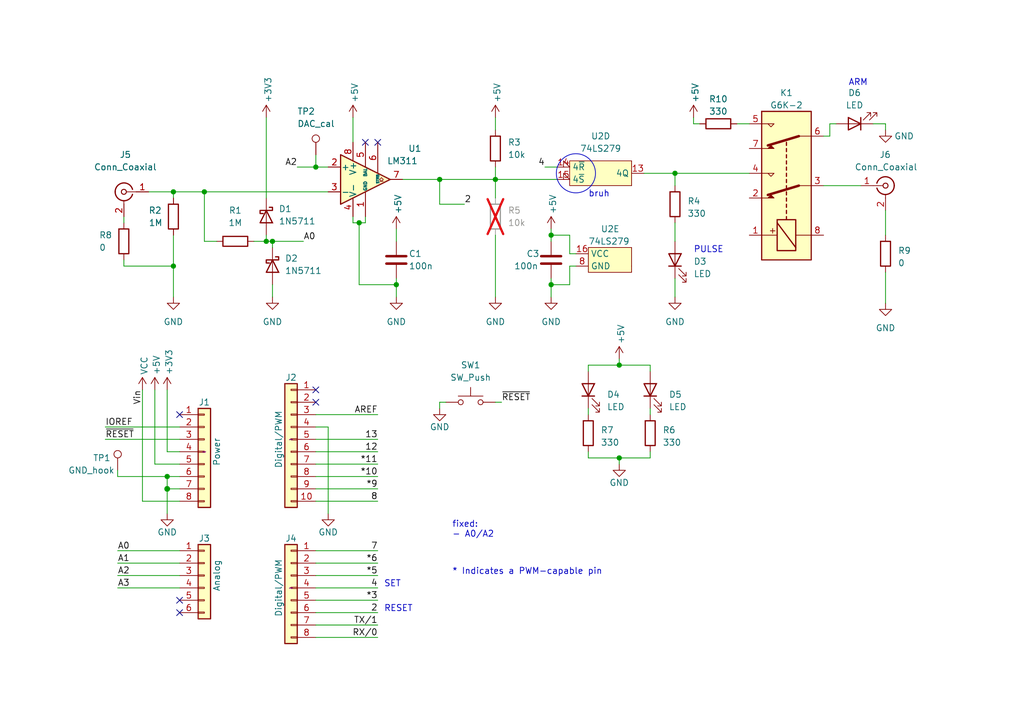
<source format=kicad_sch>
(kicad_sch (version 20230121) (generator eeschema)
  (paper "A5")
  (title_block (title "Pulsed laser ablator Interface") (date "2023-09-07") (rev "3"))
  (lib_symbols
    (symbol "Comparator:LM311" (pin_names (offset 0.127))
      (property "Reference" "U" (at 3.81 6.35 0))
      (property "Value" "LM311" (at 3.81 3.81 0))
      (symbol "LM311_0_1"
        (polyline (pts (xy 5.08 0) (xy -5.08 5.08) (xy -5.08 -5.08) (xy 5.08 0)) (stroke (width 0.254)) (fill (type background)))
        (polyline (pts (xy 3.683 -0.381) (xy 3.302 -0.381) (xy 3.683 0) (xy 3.302 0.381) (xy 2.921 0) (xy 3.302 -0.381) (xy 2.921 -0.381)) (stroke (width 0.127)))
      )
      (symbol "LM311_1_1"
        (pin passive line (at 0 -7.62 90) (length 5.08) (name "GND") (number "1"))
        (pin input line (at -7.62 2.54 0) (length 2.54) (name "+") (number "2"))
        (pin input line (at -7.62 -2.54 0) (length 2.54) (name "-") (number "3"))
        (pin power_in line (at -2.54 -7.62 90) (length 3.81) (name "V-") (number "4"))
        (pin input line (at 0 7.62 270) (length 5.08) (name "BAL") (number "5"))
        (pin input line (at 2.54 7.62 270) (length 6.35) (name "STRB") (number "6"))
        (pin open_collector line (at 7.62 0 180) (length 2.54) (name "~") (number "7"))
        (pin power_in line (at -2.54 7.62 270) (length 3.81) (name "V+") (number "8"))
      )
    )
    (symbol "Connector:Conn_Coaxial" (pin_names (offset 1.016) hide)
      (property "Reference" "J" (at 0.254 3.048 0))
      (property "Value" "Conn_Coaxial" (at 2.921 0 90))
      (symbol "Conn_Coaxial_0_1"
        (arc (start -1.778 -0.508) (mid 0.2311 -1.8066) (end 1.778 0) (stroke (width 0.254)))
        (polyline (pts (xy -2.54 0) (xy -0.508 0)))
        (polyline (pts (xy 0 -2.54) (xy 0 -1.778)))
        (circle (center 0 0) (radius 0.508) (stroke (width 0.2032)))
        (arc (start 1.778 0) (mid 0.2099 1.8101) (end -1.778 0.508) (stroke (width 0.254)))
      )
      (symbol "Conn_Coaxial_1_1"
        (pin passive line (at -5.08 0 0) (length 2.54) (name "In") (number "1"))
        (pin passive line (at 0 -5.08 90) (length 2.54) (name "Ext") (number "2"))
      )
    )
    (symbol "Connector:TestPoint" (pin_numbers hide) (pin_names (offset 0.762) hide)
      (property "Reference" "TP" (at 0 6.858 0))
      (property "Value" "TestPoint" (at 0 5.08 0))
      (symbol "TestPoint_0_1"
        (circle (center 0 3.302) (radius 0.762))
      )
      (symbol "TestPoint_1_1"
        (pin passive line (at 0 0 90) (length 2.54) (name "1") (number "1"))
      )
    )
    (symbol "Connector_Generic:Conn_01x06" (pin_names (offset 1.016) hide)
      (property "Reference" "J" (at 0 7.62 0))
      (property "Value" "Conn_01x06" (at 0 -10.16 0))
      (symbol "Conn_01x06_1_1"
        (rectangle (start -1.27 -7.493) (end 0 -7.747) (stroke (width 0.1524)))
        (rectangle (start -1.27 -4.953) (end 0 -5.207) (stroke (width 0.1524)))
        (rectangle (start -1.27 -2.413) (end 0 -2.667) (stroke (width 0.1524)))
        (rectangle (start -1.27 0.127) (end 0 -0.127) (stroke (width 0.1524)))
        (rectangle (start -1.27 2.667) (end 0 2.413) (stroke (width 0.1524)))
        (rectangle (start -1.27 5.207) (end 0 4.953) (stroke (width 0.1524)))
        (rectangle (start -1.27 6.35) (end 1.27 -8.89) (stroke (width 0.254)) (fill (type background)))
        (pin passive line (at -5.08 5.08 0) (length 3.81) (name "Pin_1") (number "1"))
        (pin passive line (at -5.08 2.54 0) (length 3.81) (name "Pin_2") (number "2"))
        (pin passive line (at -5.08 0 0) (length 3.81) (name "Pin_3") (number "3"))
        (pin passive line (at -5.08 -2.54 0) (length 3.81) (name "Pin_4") (number "4"))
        (pin passive line (at -5.08 -5.08 0) (length 3.81) (name "Pin_5") (number "5"))
        (pin passive line (at -5.08 -7.62 0) (length 3.81) (name "Pin_6") (number "6"))
      )
    )
    (symbol "Connector_Generic:Conn_01x08" (pin_names (offset 1.016) hide)
      (property "Reference" "J" (at 0 10.16 0))
      (property "Value" "Conn_01x08" (at 0 -12.7 0))
      (symbol "Conn_01x08_1_1"
        (rectangle (start -1.27 -10.033) (end 0 -10.287) (stroke (width 0.1524)))
        (rectangle (start -1.27 -7.493) (end 0 -7.747) (stroke (width 0.1524)))
        (rectangle (start -1.27 -4.953) (end 0 -5.207) (stroke (width 0.1524)))
        (rectangle (start -1.27 -2.413) (end 0 -2.667) (stroke (width 0.1524)))
        (rectangle (start -1.27 0.127) (end 0 -0.127) (stroke (width 0.1524)))
        (rectangle (start -1.27 2.667) (end 0 2.413) (stroke (width 0.1524)))
        (rectangle (start -1.27 5.207) (end 0 4.953) (stroke (width 0.1524)))
        (rectangle (start -1.27 7.747) (end 0 7.493) (stroke (width 0.1524)))
        (rectangle (start -1.27 8.89) (end 1.27 -11.43) (stroke (width 0.254)) (fill (type background)))
        (pin passive line (at -5.08 7.62 0) (length 3.81) (name "Pin_1") (number "1"))
        (pin passive line (at -5.08 5.08 0) (length 3.81) (name "Pin_2") (number "2"))
        (pin passive line (at -5.08 2.54 0) (length 3.81) (name "Pin_3") (number "3"))
        (pin passive line (at -5.08 0 0) (length 3.81) (name "Pin_4") (number "4"))
        (pin passive line (at -5.08 -2.54 0) (length 3.81) (name "Pin_5") (number "5"))
        (pin passive line (at -5.08 -5.08 0) (length 3.81) (name "Pin_6") (number "6"))
        (pin passive line (at -5.08 -7.62 0) (length 3.81) (name "Pin_7") (number "7"))
        (pin passive line (at -5.08 -10.16 0) (length 3.81) (name "Pin_8") (number "8"))
      )
    )
    (symbol "Connector_Generic:Conn_01x10" (pin_names (offset 1.016) hide)
      (property "Reference" "J" (at 0 12.7 0))
      (property "Value" "Conn_01x10" (at 0 -15.24 0))
      (symbol "Conn_01x10_1_1"
        (rectangle (start -1.27 -12.573) (end 0 -12.827) (stroke (width 0.1524)))
        (rectangle (start -1.27 -10.033) (end 0 -10.287) (stroke (width 0.1524)))
        (rectangle (start -1.27 -7.493) (end 0 -7.747) (stroke (width 0.1524)))
        (rectangle (start -1.27 -4.953) (end 0 -5.207) (stroke (width 0.1524)))
        (rectangle (start -1.27 -2.413) (end 0 -2.667) (stroke (width 0.1524)))
        (rectangle (start -1.27 0.127) (end 0 -0.127) (stroke (width 0.1524)))
        (rectangle (start -1.27 2.667) (end 0 2.413) (stroke (width 0.1524)))
        (rectangle (start -1.27 5.207) (end 0 4.953) (stroke (width 0.1524)))
        (rectangle (start -1.27 7.747) (end 0 7.493) (stroke (width 0.1524)))
        (rectangle (start -1.27 10.287) (end 0 10.033) (stroke (width 0.1524)))
        (rectangle (start -1.27 11.43) (end 1.27 -13.97) (stroke (width 0.254)) (fill (type background)))
        (pin passive line (at -5.08 10.16 0) (length 3.81) (name "Pin_1") (number "1"))
        (pin passive line (at -5.08 -12.7 0) (length 3.81) (name "Pin_10") (number "10"))
        (pin passive line (at -5.08 7.62 0) (length 3.81) (name "Pin_2") (number "2"))
        (pin passive line (at -5.08 5.08 0) (length 3.81) (name "Pin_3") (number "3"))
        (pin passive line (at -5.08 2.54 0) (length 3.81) (name "Pin_4") (number "4"))
        (pin passive line (at -5.08 0 0) (length 3.81) (name "Pin_5") (number "5"))
        (pin passive line (at -5.08 -2.54 0) (length 3.81) (name "Pin_6") (number "6"))
        (pin passive line (at -5.08 -5.08 0) (length 3.81) (name "Pin_7") (number "7"))
        (pin passive line (at -5.08 -7.62 0) (length 3.81) (name "Pin_8") (number "8"))
        (pin passive line (at -5.08 -10.16 0) (length 3.81) (name "Pin_9") (number "9"))
      )
    )
    (symbol "Device:C" (pin_numbers hide) (pin_names (offset 0.254))
      (property "Reference" "C" (at 0.635 2.54 0))
      (property "Value" "C" (at 0.635 -2.54 0))
      (symbol "C_0_1"
        (polyline (pts (xy -2.032 -0.762) (xy 2.032 -0.762)) (stroke (width 0.508)))
        (polyline (pts (xy -2.032 0.762) (xy 2.032 0.762)) (stroke (width 0.508)))
      )
      (symbol "C_1_1"
        (pin passive line (at 0 3.81 270) (length 2.794) (name "~") (number "1"))
        (pin passive line (at 0 -3.81 90) (length 2.794) (name "~") (number "2"))
      )
    )
    (symbol "Device:D_Schottky" (pin_numbers hide) (pin_names (offset 1.016) hide)
      (property "Reference" "D" (at 0 2.54 0))
      (property "Value" "D_Schottky" (at 0 -2.54 0))
      (symbol "D_Schottky_0_1"
        (polyline (pts (xy 1.27 0) (xy -1.27 0)))
        (polyline (pts (xy 1.27 1.27) (xy 1.27 -1.27) (xy -1.27 0) (xy 1.27 1.27)) (stroke (width 0.254)))
        (polyline (pts (xy -1.905 0.635) (xy -1.905 1.27) (xy -1.27 1.27) (xy -1.27 -1.27) (xy -0.635 -1.27) (xy -0.635 -0.635)) (stroke (width 0.254)))
      )
      (symbol "D_Schottky_1_1"
        (pin passive line (at -3.81 0 0) (length 2.54) (name "K") (number "1"))
        (pin passive line (at 3.81 0 180) (length 2.54) (name "A") (number "2"))
      )
    )
    (symbol "Device:LED" (pin_numbers hide) (pin_names (offset 1.016) hide)
      (property "Reference" "D" (at 0 2.54 0))
      (property "Value" "LED" (at 0 -2.54 0))
      (symbol "LED_0_1"
        (polyline (pts (xy -1.27 -1.27) (xy -1.27 1.27)) (stroke (width 0.254)))
        (polyline (pts (xy -1.27 0) (xy 1.27 0)))
        (polyline (pts (xy 1.27 -1.27) (xy 1.27 1.27) (xy -1.27 0) (xy 1.27 -1.27)) (stroke (width 0.254)))
        (polyline (pts (xy -3.048 -0.762) (xy -4.572 -2.286) (xy -3.81 -2.286) (xy -4.572 -2.286) (xy -4.572 -1.524)))
        (polyline (pts (xy -1.778 -0.762) (xy -3.302 -2.286) (xy -2.54 -2.286) (xy -3.302 -2.286) (xy -3.302 -1.524)))
      )
      (symbol "LED_1_1"
        (pin passive line (at -3.81 0 0) (length 2.54) (name "K") (number "1"))
        (pin passive line (at 3.81 0 180) (length 2.54) (name "A") (number "2"))
      )
    )
    (symbol "Device:R" (pin_numbers hide) (pin_names (offset 0))
      (property "Reference" "R" (at 2.032 0 90))
      (property "Value" "R" (at 0 0 90))
      (symbol "R_0_1"
        (rectangle (start -1.016 -2.54) (end 1.016 2.54) (stroke (width 0.254)))
      )
      (symbol "R_1_1"
        (pin passive line (at 0 3.81 270) (length 1.27) (name "~") (number "1"))
        (pin passive line (at 0 -3.81 90) (length 1.27) (name "~") (number "2"))
      )
    )
    (symbol "Relay:G6K-2"
      (property "Reference" "K" (at 16.51 3.81 0))
      (property "Value" "G6K-2" (at 16.51 1.27 0))
      (symbol "G6K-2_0_0"
        (text "+" (at -9.271 2.921 0) (effects (font (size 1.27 1.27))))
      )
      (symbol "G6K-2_0_1"
        (rectangle (start -15.24 5.08) (end 15.24 -5.08) (stroke (width 0.254)) (fill (type background)))
        (rectangle (start -13.335 1.905) (end -6.985 -1.905) (stroke (width 0.254)))
        (polyline (pts (xy -12.7 -1.905) (xy -7.62 1.905)) (stroke (width 0.254)))
        (polyline (pts (xy -10.16 -5.08) (xy -10.16 -1.905)))
        (polyline (pts (xy -10.16 5.08) (xy -10.16 1.905)))
        (polyline (pts (xy -6.985 0) (xy -6.35 0)) (stroke (width 0.254)))
        (polyline (pts (xy -5.715 0) (xy -5.08 0)) (stroke (width 0.254)))
        (polyline (pts (xy -4.445 0) (xy -3.81 0)) (stroke (width 0.254)))
        (polyline (pts (xy -3.175 0) (xy -2.54 0)) (stroke (width 0.254)))
        (polyline (pts (xy -1.905 0) (xy -1.27 0)) (stroke (width 0.254)))
        (polyline (pts (xy -0.635 0) (xy 0 0)) (stroke (width 0.254)))
        (polyline (pts (xy 0 -2.54) (xy -1.905 3.81)) (stroke (width 0.508)))
        (polyline (pts (xy 0 -2.54) (xy 0 -5.08)))
        (polyline (pts (xy 0.635 0) (xy 1.27 0)) (stroke (width 0.254)))
        (polyline (pts (xy 1.905 0) (xy 2.54 0)) (stroke (width 0.254)))
        (polyline (pts (xy 3.175 0) (xy 3.81 0)) (stroke (width 0.254)))
        (polyline (pts (xy 4.445 0) (xy 5.08 0)) (stroke (width 0.254)))
        (polyline (pts (xy 5.715 0) (xy 6.35 0)) (stroke (width 0.254)))
        (polyline (pts (xy 6.985 0) (xy 7.62 0)) (stroke (width 0.254)))
        (polyline (pts (xy 8.255 0) (xy 8.89 0)) (stroke (width 0.254)))
        (polyline (pts (xy 10.16 -2.54) (xy 8.255 3.81)) (stroke (width 0.508)))
        (polyline (pts (xy 10.16 -2.54) (xy 10.16 -5.08)))
        (polyline (pts (xy -2.54 5.08) (xy -2.54 2.54) (xy -1.905 3.175) (xy -2.54 3.81)) (fill (type outline)))
        (polyline (pts (xy 2.54 5.08) (xy 2.54 2.54) (xy 1.905 3.175) (xy 2.54 3.81)))
        (polyline (pts (xy 7.62 5.08) (xy 7.62 2.54) (xy 8.255 3.175) (xy 7.62 3.81)) (fill (type outline)))
        (polyline (pts (xy 12.7 5.08) (xy 12.7 2.54) (xy 12.065 3.175) (xy 12.7 3.81)))
      )
      (symbol "G6K-2_1_1"
        (pin passive line (at -10.16 7.62 270) (length 2.54) (name "~") (number "1"))
        (pin passive line (at -2.54 7.62 270) (length 2.54) (name "~") (number "2"))
        (pin passive line (at 0 -7.62 90) (length 2.54) (name "~") (number "3"))
        (pin passive line (at 2.54 7.62 270) (length 2.54) (name "~") (number "4"))
        (pin passive line (at 12.7 7.62 270) (length 2.54) (name "~") (number "5"))
        (pin passive line (at 10.16 -7.62 90) (length 2.54) (name "~") (number "6"))
        (pin passive line (at 7.62 7.62 270) (length 2.54) (name "~") (number "7"))
        (pin passive line (at -10.16 -7.62 90) (length 2.54) (name "~") (number "8"))
      )
    )
    (symbol "Switch:SW_Push" (pin_numbers hide) (pin_names (offset 1.016) hide)
      (property "Reference" "SW" (at 1.27 2.54 0))
      (property "Value" "SW_Push" (at 0 -1.524 0))
      (symbol "SW_Push_0_1"
        (circle (center -2.032 0) (radius 0.508))
        (polyline (pts (xy 0 1.27) (xy 0 3.048)))
        (polyline (pts (xy 2.54 1.27) (xy -2.54 1.27)))
        (circle (center 2.032 0) (radius 0.508))
        (pin passive line (at -5.08 0 0) (length 2.54) (name "1") (number "1"))
        (pin passive line (at 5.08 0 180) (length 2.54) (name "2") (number "2"))
      )
    )
    (symbol "comprovat_parts:74LS279"
      (property "Reference" "U" (at -5.08 5.08 0))
      (property "Value" "74LS279" (at 2.54 -5.08 0))
      (symbol "74LS279_1_1"
        (rectangle (start -6.35 3.81) (end 6.35 -3.81) (fill (type background)))
        (pin input input_low (at -8.89 2.54 0) (length 2.54) (name "1~{R}") (number "1"))
        (pin input input_low (at -8.89 0 0) (length 2.54) (name "1~{S}1") (number "2"))
        (pin input input_low (at -8.89 -2.54 0) (length 2.54) (name "1~{S}2") (number "3"))
        (pin output line (at 8.89 0 180) (length 2.54) (name "1Q") (number "4"))
      )
      (symbol "74LS279_2_1"
        (rectangle (start -6.35 2.54) (end 6.35 -2.54) (fill (type background)))
        (pin input input_low (at -8.89 1.27 0) (length 2.54) (name "2~{R}") (number "5"))
        (pin input input_low (at -8.89 -1.27 0) (length 2.54) (name "2~{S}") (number "6"))
        (pin output line (at 8.89 0 180) (length 2.54) (name "2Q") (number "7"))
      )
      (symbol "74LS279_3_1"
        (rectangle (start -6.35 3.81) (end 6.35 -3.81) (fill (type background)))
        (pin input input_low (at -8.89 2.54 0) (length 2.54) (name "3~{R}") (number "10"))
        (pin input input_low (at -8.89 0 0) (length 2.54) (name "3~{S}1") (number "11"))
        (pin input input_low (at -8.89 -2.54 0) (length 2.54) (name "3~{S}2") (number "12"))
        (pin output line (at 8.89 0 180) (length 2.54) (name "3Q") (number "9"))
      )
      (symbol "74LS279_4_1"
        (rectangle (start -6.35 2.54) (end 6.35 -2.54) (fill (type background)))
        (pin output line (at 8.89 0 180) (length 2.54) (name "4Q") (number "13"))
        (pin input input_low (at -8.89 1.27 0) (length 2.54) (name "4~{R}") (number "14"))
        (pin input input_low (at -8.89 -1.27 0) (length 2.54) (name "4~{S}") (number "15"))
      )
      (symbol "74LS279_5_1"
        (rectangle (start -2.54 2.54) (end 6.35 -2.54) (fill (type background)))
        (rectangle (start 6.35 -1.27) (end 6.35 -1.27))
        (pin power_in line (at -5.08 1.27 0) (length 2.54) (name "VCC") (number "16"))
        (pin power_out line (at -5.08 -1.27 0) (length 2.54) (name "GND") (number "8"))
      )
    )
    (symbol "power:+3V3" (power) (pin_names (offset 0))
      (property "Value" "+3V3" (at 0 3.556 0))
      (symbol "+3V3_0_1"
        (polyline (pts (xy -0.762 1.27) (xy 0 2.54)))
        (polyline (pts (xy 0 0) (xy 0 2.54)))
        (polyline (pts (xy 0 2.54) (xy 0.762 1.27)))
      )
      (symbol "+3V3_1_1"
        (pin power_in line (at 0 0 90) (length 0) hide (name "+3V3") (number "1"))
      )
    )
    (symbol "power:+5V" (power) (pin_names (offset 0))
      (property "Value" "+5V" (at 0 3.556 0))
      (symbol "+5V_0_1"
        (polyline (pts (xy -0.762 1.27) (xy 0 2.54)))
        (polyline (pts (xy 0 0) (xy 0 2.54)))
        (polyline (pts (xy 0 2.54) (xy 0.762 1.27)))
      )
      (symbol "+5V_1_1"
        (pin power_in line (at 0 0 90) (length 0) hide (name "+5V") (number "1"))
      )
    )
    (symbol "power:GND" (power) (pin_names (offset 0))
      (property "Value" "GND" (at 0 -3.81 0))
      (symbol "GND_0_1"
        (polyline (pts (xy 0 0) (xy 0 -1.27) (xy 1.27 -1.27) (xy 0 -2.54) (xy -1.27 -1.27) (xy 0 -1.27)))
      )
      (symbol "GND_1_1"
        (pin power_in line (at 0 0 270) (length 0) hide (name "GND") (number "1"))
      )
    )
    (symbol "power:VCC" (power) (pin_names (offset 0))
      (property "Value" "VCC" (at 0 3.81 0))
      (symbol "VCC_0_1"
        (polyline (pts (xy -0.762 1.27) (xy 0 2.54)))
        (polyline (pts (xy 0 0) (xy 0 2.54)))
        (polyline (pts (xy 0 2.54) (xy 0.762 1.27)))
      )
      (symbol "VCC_1_1"
        (pin power_in line (at 0 0 90) (length 0) hide (name "VCC") (number "1"))
      )
    )
  )
  (junction (at 81.28 58.42))
  (junction (at 34.29 97.79))
  (junction (at 138.43 35.56))
  (junction (at 34.29 100.33) (diameter 1.016))
  (junction (at 35.56 39.37))
  (junction (at 90.17 36.83))
  (junction (at 54.61 49.53))
  (junction (at 127 93.98))
  (junction (at 113.03 58.42))
  (junction (at 73.66 45.72))
  (junction (at 127 74.93))
  (junction (at 41.91 39.37))
  (junction (at 64.77 34.29))
  (junction (at 35.56 54.61))
  (junction (at 101.6 36.83))
  (junction (at 113.03 48.26))
  (junction (at 55.88 49.53))
  (no_connect (at 64.77 82.55))
  (no_connect (at 77.47 29.21))
  (no_connect (at 36.83 123.19))
  (no_connect (at 64.77 80.01))
  (no_connect (at 74.93 29.21))
  (no_connect (at 36.83 125.73))
  (no_connect (at 36.83 85.09))
  (wire (pts (xy 64.77 130.81) (xy 77.47 130.81)))
  (wire (pts (xy 116.84 58.42) (xy 116.84 54.61)))
  (wire (pts (xy 64.77 97.79) (xy 77.47 97.79)))
  (wire (pts (xy 54.61 49.53) (xy 55.88 49.53)))
  (wire (pts (xy 181.61 43.18) (xy 181.61 48.26)))
  (wire (pts (xy 72.39 24.13) (xy 72.39 29.21)))
  (wire (pts (xy 34.29 97.79) (xy 34.29 100.33)))
  (wire (pts (xy 138.43 35.56) (xy 153.67 35.56)))
  (wire (pts (xy 142.24 25.4) (xy 143.51 25.4)))
  (wire (pts (xy 133.35 83.82) (xy 133.35 85.09)))
  (wire (pts (xy 73.66 45.72) (xy 73.66 58.42)))
  (wire (pts (xy 44.45 49.53) (xy 41.91 49.53)))
  (wire (pts (xy 34.29 100.33) (xy 34.29 105.41)))
  (wire (pts (xy 170.18 25.4) (xy 171.45 25.4)))
  (wire (pts (xy 34.29 92.71) (xy 36.83 92.71)))
  (wire (pts (xy 31.75 95.25) (xy 36.83 95.25)))
  (wire (pts (xy 31.75 80.01) (xy 31.75 95.25)))
  (wire (pts (xy 138.43 45.72) (xy 138.43 49.53)))
  (wire (pts (xy 64.77 90.17) (xy 77.47 90.17)))
  (wire (pts (xy 181.61 26.67) (xy 181.61 25.4)))
  (wire (pts (xy 82.55 36.83) (xy 90.17 36.83)))
  (wire (pts (xy 34.29 80.01) (xy 34.29 92.71)))
  (wire (pts (xy 64.77 113.03) (xy 77.47 113.03)))
  (wire (pts (xy 35.56 48.26) (xy 35.56 54.61)))
  (wire (pts (xy 36.83 113.03) (xy 24.13 113.03)))
  (wire (pts (xy 64.77 92.71) (xy 77.47 92.71)))
  (wire (pts (xy 90.17 36.83) (xy 101.6 36.83)))
  (wire (pts (xy 41.91 39.37) (xy 67.31 39.37)))
  (wire (pts (xy 64.77 115.57) (xy 77.47 115.57)))
  (wire (pts (xy 81.28 57.15) (xy 81.28 58.42)))
  (wire (pts (xy 72.39 44.45) (xy 72.39 45.72)))
  (wire (pts (xy 101.6 36.83) (xy 101.6 40.64)))
  (wire (pts (xy 101.6 34.29) (xy 101.6 36.83)))
  (wire (pts (xy 64.77 31.75) (xy 64.77 34.29)))
  (wire (pts (xy 55.88 58.42) (xy 55.88 60.96)))
  (wire (pts (xy 25.4 44.45) (xy 25.4 45.72)))
  (wire (pts (xy 25.4 54.61) (xy 35.56 54.61)))
  (wire (pts (xy 64.77 100.33) (xy 77.47 100.33)))
  (wire (pts (xy 25.4 53.34) (xy 25.4 54.61)))
  (wire (pts (xy 133.35 92.71) (xy 133.35 93.98)))
  (wire (pts (xy 72.39 45.72) (xy 73.66 45.72)))
  (wire (pts (xy 64.77 120.65) (xy 77.47 120.65)))
  (wire (pts (xy 81.28 46.99) (xy 81.28 49.53)))
  (wire (pts (xy 120.65 92.71) (xy 120.65 93.98)))
  (wire (pts (xy 21.59 87.63) (xy 36.83 87.63)))
  (wire (pts (xy 113.03 58.42) (xy 116.84 58.42)))
  (wire (pts (xy 127 95.25) (xy 127 93.98)))
  (wire (pts (xy 90.17 83.82) (xy 90.17 82.55)))
  (wire (pts (xy 116.84 54.61) (xy 118.11 54.61)))
  (wire (pts (xy 127 93.98) (xy 133.35 93.98)))
  (wire (pts (xy 181.61 55.88) (xy 181.61 62.23)))
  (wire (pts (xy 116.84 48.26) (xy 113.03 48.26)))
  (wire (pts (xy 67.31 87.63) (xy 67.31 105.41)))
  (wire (pts (xy 90.17 36.83) (xy 90.17 41.91)))
  (wire (pts (xy 101.6 48.26) (xy 101.6 60.96)))
  (wire (pts (xy 170.18 27.94) (xy 170.18 25.4)))
  (wire (pts (xy 118.11 52.07) (xy 116.84 52.07)))
  (wire (pts (xy 41.91 39.37) (xy 41.91 49.53)))
  (wire (pts (xy 64.77 85.09) (xy 77.47 85.09)))
  (wire (pts (xy 111.76 34.29) (xy 114.3 34.29)))
  (wire (pts (xy 138.43 57.15) (xy 138.43 60.96)))
  (wire (pts (xy 127 74.93) (xy 133.35 74.93)))
  (wire (pts (xy 113.03 58.42) (xy 113.03 60.96)))
  (wire (pts (xy 81.28 58.42) (xy 81.28 60.96)))
  (wire (pts (xy 64.77 34.29) (xy 67.31 34.29)))
  (wire (pts (xy 36.83 118.11) (xy 24.13 118.11)))
  (wire (pts (xy 21.59 90.17) (xy 36.83 90.17)))
  (wire (pts (xy 73.66 58.42) (xy 81.28 58.42)))
  (wire (pts (xy 24.13 97.79) (xy 34.29 97.79)))
  (wire (pts (xy 36.83 100.33) (xy 34.29 100.33)))
  (wire (pts (xy 35.56 39.37) (xy 41.91 39.37)))
  (wire (pts (xy 113.03 57.15) (xy 113.03 58.42)))
  (wire (pts (xy 127 73.66) (xy 127 74.93)))
  (wire (pts (xy 120.65 74.93) (xy 120.65 76.2)))
  (wire (pts (xy 168.91 27.94) (xy 170.18 27.94)))
  (wire (pts (xy 74.93 44.45) (xy 74.93 45.72)))
  (wire (pts (xy 36.83 102.87) (xy 29.21 102.87)))
  (wire (pts (xy 101.6 24.13) (xy 101.6 26.67)))
  (wire (pts (xy 101.6 36.83) (xy 114.3 36.83)))
  (wire (pts (xy 24.13 115.57) (xy 36.83 115.57)))
  (wire (pts (xy 35.56 54.61) (xy 35.56 60.96)))
  (wire (pts (xy 54.61 24.13) (xy 54.61 40.64)))
  (wire (pts (xy 116.84 52.07) (xy 116.84 48.26)))
  (wire (pts (xy 55.88 49.53) (xy 62.23 49.53)))
  (wire (pts (xy 142.24 24.13) (xy 142.24 25.4)))
  (wire (pts (xy 168.91 38.1) (xy 176.53 38.1)))
  (wire (pts (xy 52.07 49.53) (xy 54.61 49.53)))
  (wire (pts (xy 64.77 87.63) (xy 67.31 87.63)))
  (wire (pts (xy 36.83 97.79) (xy 34.29 97.79)))
  (wire (pts (xy 138.43 35.56) (xy 138.43 38.1)))
  (wire (pts (xy 64.77 95.25) (xy 77.47 95.25)))
  (wire (pts (xy 54.61 48.26) (xy 54.61 49.53)))
  (wire (pts (xy 95.25 41.91) (xy 90.17 41.91)))
  (wire (pts (xy 133.35 76.2) (xy 133.35 74.93)))
  (wire (pts (xy 179.07 25.4) (xy 181.61 25.4)))
  (wire (pts (xy 64.77 118.11) (xy 77.47 118.11)))
  (wire (pts (xy 24.13 120.65) (xy 36.83 120.65)))
  (wire (pts (xy 151.13 25.4) (xy 153.67 25.4)))
  (wire (pts (xy 132.08 35.56) (xy 138.43 35.56)))
  (wire (pts (xy 113.03 48.26) (xy 113.03 49.53)))
  (wire (pts (xy 101.6 82.55) (xy 102.87 82.55)))
  (wire (pts (xy 73.66 45.72) (xy 74.93 45.72)))
  (wire (pts (xy 24.13 96.52) (xy 24.13 97.79)))
  (wire (pts (xy 35.56 39.37) (xy 35.56 40.64)))
  (wire (pts (xy 64.77 125.73) (xy 77.47 125.73)))
  (wire (pts (xy 64.77 123.19) (xy 77.47 123.19)))
  (wire (pts (xy 90.17 82.55) (xy 91.44 82.55)))
  (wire (pts (xy 113.03 46.99) (xy 113.03 48.26)))
  (wire (pts (xy 127 93.98) (xy 120.65 93.98)))
  (wire (pts (xy 30.48 39.37) (xy 35.56 39.37)))
  (wire (pts (xy 127 74.93) (xy 120.65 74.93)))
  (wire (pts (xy 60.96 34.29) (xy 64.77 34.29)))
  (wire (pts (xy 55.88 50.8) (xy 55.88 49.53)))
  (wire (pts (xy 64.77 128.27) (xy 77.47 128.27)))
  (wire (pts (xy 29.21 102.87) (xy 29.21 80.01)))
  (wire (pts (xy 120.65 83.82) (xy 120.65 85.09)))
  (wire (pts (xy 64.77 102.87) (xy 77.47 102.87)))
  (circle (center 118.11 35.56) (radius 4.0161))
  (text "ARM" (at 173.99 17.78 0) (effects (font (size 1.27 1.27)) (justify left bottom)))
  (text "SET" (at 78.74 120.65 0) (effects (font (size 1.27 1.27)) (justify left bottom)))
  (text "RESET" (at 78.74 125.73 0) (effects (font (size 1.27 1.27)) (justify left bottom)))
  (text "bruh" (at 120.65 40.64 0) (effects (font (size 1.27 1.27)) (justify left bottom)))
  (text "fixed:\n- A0/A2" (at 92.71 110.49 0) (effects (font (size 1.27 1.27)) (justify left bottom)))
  (text "* Indicates a PWM-capable pin" (at 92.71 118.11 0) (effects (font (size 1.27 1.27)) (justify left bottom)))
  (text "PULSE" (at 142.24 52.07 0) (effects (font (size 1.27 1.27)) (justify left bottom)))
  (label "RX{slash}0" (at 77.47 130.81 180))
  (label "A2" (at 24.13 118.11 0))
  (label "4" (at 77.47 120.65 180))
  (label "2" (at 77.47 125.73 180))
  (label "A3" (at 24.13 120.65 0))
  (label "13" (at 77.47 90.17 180))
  (label "12" (at 77.47 92.71 180))
  (label "~{RESET}" (at 102.87 82.55 0))
  (label "~{RESET}" (at 21.59 90.17 0))
  (label "*10" (at 77.47 97.79 180))
  (label "A2" (at 60.96 34.29 180))
  (label "4" (at 111.76 34.29 180))
  (label "A0" (at 62.23 49.53 0))
  (label "7" (at 77.47 113.03 180))
  (label "8" (at 77.47 102.87 180))
  (label "*11" (at 77.47 95.25 180))
  (label "*3" (at 77.47 123.19 180))
  (label "A1" (at 24.13 115.57 0))
  (label "TX{slash}1" (at 77.47 128.27 180))
  (label "A0" (at 24.13 113.03 0))
  (label "AREF" (at 77.47 85.09 180))
  (label "2" (at 95.25 41.91 0))
  (label "Vin" (at 29.21 80.01 270))
  (label "*6" (at 77.47 115.57 180))
  (label "*9" (at 77.47 100.33 180))
  (label "*5" (at 77.47 118.11 180))
  (label "IOREF" (at 21.59 87.63 0))
  (symbol (lib_id "Connector_Generic:Conn_01x08") (at 41.91 92.71 0) (unit 1)
    (property "Reference" "J1" (at 41.91 82.55 0))
    (property "Value" "Power" (at 44.45 92.71 90))
    (property "Footprint" "Connector_PinHeader_2.54mm:PinHeader_1x08_P2.54mm_Vertical" (effects hide))
    (property "Datasheet" "~" (at 41.91 92.71 0))
  )
  (symbol (lib_id "power:+3V3") (at 34.29 80.01 0) (unit 1)
    (property "Reference" "#PWR03" (effects hide))
    (property "Value" "+3.3V" (at 34.671 76.962 90) (effects (justify left)))
  )
  (symbol (lib_id "power:+5V") (at 31.75 80.01 0) (unit 1)
    (property "Reference" "#PWR02" (effects hide))
    (property "Value" "+5V" (at 32.1056 76.962 90) (effects (justify left)))
  )
  (symbol (lib_id "power:GND") (at 34.29 105.41 0) (unit 1)
    (property "Reference" "#PWR04" (effects hide))
    (property "Value" "GND" (at 34.29 109.22 0))
  )
  (symbol (lib_id "Connector_Generic:Conn_01x10") (at 59.69 90.17 0) (mirror y) (unit 1)
    (property "Reference" "J2" (at 59.69 77.47 0))
    (property "Value" "Digital/PWM" (at 57.15 90.17 90))
    (property "Footprint" "Connector_PinHeader_2.54mm:PinHeader_1x10_P2.54mm_Vertical" (effects hide))
    (property "Datasheet" "~" (at 59.69 90.17 0))
  )
  (symbol (lib_id "power:GND") (at 67.31 105.41 0) (unit 1)
    (property "Reference" "#PWR05" (effects hide))
    (property "Value" "GND" (at 67.31 109.22 0))
  )
  (symbol (lib_id "Connector_Generic:Conn_01x06") (at 41.91 118.11 0) (unit 1)
    (property "Reference" "J3" (at 41.91 110.49 0))
    (property "Value" "Analog" (at 44.45 118.11 90))
    (property "Footprint" "Connector_PinHeader_2.54mm:PinHeader_1x06_P2.54mm_Vertical" (effects hide))
  )
  (symbol (lib_id "Connector_Generic:Conn_01x08") (at 59.69 120.65 0) (mirror y) (unit 1)
    (property "Reference" "J4" (at 59.69 110.49 0))
    (property "Value" "Digital/PWM" (at 57.15 120.65 90))
    (property "Footprint" "Connector_PinHeader_2.54mm:PinHeader_1x08_P2.54mm_Vertical" (effects hide))
    (property "Datasheet" "~" (at 59.69 120.65 0))
  )
  (symbol (lib_id "power:GND") (at 81.28 60.96 0) (unit 1)
    (property "Reference" "#PWR012" (effects hide))
    (property "Value" "GND" (at 81.28 66.04 0))
  )
  (symbol (lib_id "power:GND") (at 181.61 62.23 0) (unit 1)
    (property "Reference" "#PWR017" (effects hide))
    (property "Value" "GND" (at 181.61 67.31 0))
  )
  (symbol (lib_id "Device:LED") (at 120.65 80.01 90) (unit 1)
    (property "Reference" "D4" (at 124.46 80.9625 90) (effects (justify right)))
    (property "Value" "LED" (at 124.46 83.5025 90) (effects (justify right)))
    (property "Footprint" "LED_SMD:LED_0805_2012Metric_Pad1.15x1.40mm_HandSolder" (effects hide))
  )
  (symbol (lib_id "power:+5V") (at 113.03 46.99 0) (unit 1)
    (property "Reference" "#PWR014" (effects hide))
    (property "Value" "+5V" (at 113.3856 43.942 90) (effects (justify left)))
  )
  (symbol (lib_id "power:+5V") (at 142.24 24.13 0) (unit 1)
    (property "Reference" "#PWR021" (effects hide))
    (property "Value" "+5V" (at 142.5956 21.082 90) (effects (justify left)))
  )
  (symbol (lib_id "Connector:TestPoint") (at 64.77 31.75 0) (unit 1)
    (property "Reference" "TP2" (at 60.96 22.86 0) (effects (justify left)))
    (property "Value" "DAC_cal" (at 60.96 25.4 0) (effects (justify left)))
    (property "Footprint" "Connector_PinHeader_2.54mm:PinHeader_1x01_P2.54mm_Vertical" (effects hide))
  )
  (symbol (lib_id "power:GND") (at 181.61 26.67 0) (unit 1)
    (property "Reference" "#PWR06" (effects hide))
    (property "Value" "GND" (at 185.42 27.94 0))
  )
  (symbol (lib_id "Device:LED") (at 175.26 25.4 180) (unit 1)
    (property "Reference" "D6" (at 175.26 19.05 0))
    (property "Value" "LED" (at 175.26 21.59 0))
    (property "Footprint" "LED_THT:LED_D5.0mm" (effects hide))
  )
  (symbol (lib_id "Device:R") (at 48.26 49.53 90) (unit 1)
    (property "Reference" "R1" (at 48.26 43.18 90))
    (property "Value" "1M" (at 48.26 45.72 90))
    (property "Footprint" "Resistor_SMD:R_0805_2012Metric_Pad1.20x1.40mm_HandSolder" (effects hide))
  )
  (symbol (lib_id "Device:LED") (at 133.35 80.01 90) (unit 1)
    (property "Reference" "D5" (at 137.16 80.9625 90) (effects (justify right)))
    (property "Value" "LED" (at 137.16 83.5025 90) (effects (justify right)))
    (property "Footprint" "LED_SMD:LED_0805_2012Metric_Pad1.15x1.40mm_HandSolder" (effects hide))
  )
  (symbol (lib_id "Device:C") (at 113.03 53.34 0) (unit 1)
    (property "Reference" "C3" (at 107.95 52.07 0) (effects (justify left)))
    (property "Value" "100n" (at 105.41 54.61 0) (effects (justify left)))
    (property "Footprint" "Capacitor_SMD:C_0805_2012Metric_Pad1.18x1.45mm_HandSolder" (effects hide))
  )
  (symbol (lib_id "power:+5V") (at 101.6 24.13 0) (unit 1)
    (property "Reference" "#PWR013" (effects hide))
    (property "Value" "+5V" (at 101.9556 21.082 90) (effects (justify left)))
  )
  (symbol (lib_id "power:GND") (at 101.6 60.96 0) (unit 1)
    (property "Reference" "#PWR018" (effects hide))
    (property "Value" "GND" (at 101.6 66.04 0))
  )
  (symbol (lib_id "power:VCC") (at 29.21 80.01 0) (unit 1)
    (property "Reference" "#PWR01" (effects hide))
    (property "Value" "VCC" (at 29.591 76.962 90) (effects (justify left)))
  )
  (symbol (lib_id "Connector:Conn_Coaxial") (at 25.4 39.37 0) (mirror y) (unit 1)
    (property "Reference" "J5" (at 25.7174 31.75 0))
    (property "Value" "Conn_Coaxial" (at 25.7174 34.29 0))
    (property "Footprint" "Connector_Coaxial:BNC_Amphenol_B6252HB-NPP3G-50_Horizontal" (effects hide))
    (property "Datasheet" " ~" (effects hide))
  )
  (symbol (lib_id "power:GND") (at 113.03 60.96 0) (unit 1)
    (property "Reference" "#PWR015" (effects hide))
    (property "Value" "GND" (at 113.03 66.04 0))
  )
  (symbol (lib_id "Switch:SW_Push") (at 96.52 82.55 0) (unit 1)
    (property "Reference" "SW1" (at 96.52 74.93 0))
    (property "Value" "SW_Push" (at 96.52 77.47 0))
    (property "Footprint" "Button_Switch_THT:SW_Tactile_SPST_Angled_PTS645Vx39-2LFS" (effects hide))
  )
  (symbol (lib_id "power:+5V") (at 72.39 24.13 0) (unit 1)
    (property "Reference" "#PWR010" (effects hide))
    (property "Value" "+5V" (at 72.7456 21.082 90) (effects (justify left)))
  )
  (symbol (lib_id "Device:C") (at 81.28 53.34 0) (unit 1)
    (property "Reference" "C1" (at 83.82 52.07 0) (effects (justify left)))
    (property "Value" "100n" (at 83.82 54.61 0) (effects (justify left)))
    (property "Footprint" "Capacitor_SMD:C_0805_2012Metric_Pad1.18x1.45mm_HandSolder" (effects hide))
  )
  (symbol (lib_id "power:+5V") (at 81.28 46.99 0) (unit 1)
    (property "Reference" "#PWR011" (effects hide))
    (property "Value" "+5V" (at 81.6356 43.942 90) (effects (justify left)))
  )
  (symbol (lib_id "power:+5V") (at 127 73.66 0) (unit 1)
    (property "Reference" "#PWR020" (effects hide))
    (property "Value" "+5V" (at 127.3556 70.612 90) (effects (justify left)))
  )
  (symbol (lib_id "comprovat_parts:74LS279") (at 123.19 53.34 0) (unit 5)
    (property "Reference" "U2" (at 123.19 46.99 0) (effects (justify left)))
    (property "Value" "74LS279" (at 120.65 49.53 0) (effects (justify left)))
    (property "Footprint" "Package_DIP:DIP-16_W7.62mm_Socket_LongPads" (effects hide))
  )
  (symbol (lib_id "power:GND") (at 90.17 83.82 0) (unit 1)
    (property "Reference" "#PWR0101" (effects hide))
    (property "Value" "GND" (at 90.17 87.63 0))
  )
  (symbol (lib_id "Device:R") (at 147.32 25.4 90) (unit 1)
    (property "Reference" "R10" (at 147.32 20.32 90))
    (property "Value" "330" (at 147.32 22.86 90))
    (property "Footprint" "Resistor_SMD:R_0805_2012Metric_Pad1.20x1.40mm_HandSolder" (effects hide))
  )
  (symbol (lib_id "power:GND") (at 35.56 60.96 0) (unit 1)
    (property "Reference" "#PWR09" (effects hide))
    (property "Value" "GND" (at 35.56 66.04 0))
  )
  (symbol (lib_id "Relay:G6K-2") (at 161.29 38.1 90) (unit 1)
    (property "Reference" "K1" (at 161.29 19.05 90))
    (property "Value" "G6K-2" (at 161.29 21.59 90))
    (property "Footprint" "Relay_SMD:Relay_DPDT_Omron_G6K-2F-Y" (effects hide))
    (property "Datasheet" "http://omronfs.omron.com/en_US/ecb/products/pdf/en-g6k.pdf" (effects hide))
  )
  (symbol (lib_id "Connector:Conn_Coaxial") (at 181.61 38.1 0) (unit 1)
    (property "Reference" "J6" (at 180.34 31.75 0) (effects (justify left)))
    (property "Value" "Conn_Coaxial" (at 175.26 34.29 0) (effects (justify left)))
    (property "Footprint" "Connector_Coaxial:BNC_Amphenol_B6252HB-NPP3G-50_Horizontal" (effects hide))
    (property "Datasheet" " ~" (effects hide))
  )
  (symbol (lib_id "Device:D_Schottky") (at 54.61 44.45 270) (unit 1)
    (property "Reference" "D1" (at 57.15 42.8624 90) (effects (justify left)))
    (property "Value" "1N5711" (at 57.15 45.4024 90) (effects (justify left)))
    (property "Footprint" "Diode_SMD:D_SOD-123" (effects hide))
  )
  (symbol (lib_id "Device:R") (at 25.4 49.53 0) (unit 1)
    (property "Reference" "R8" (at 20.32 48.26 0) (effects (justify left)))
    (property "Value" "0" (at 20.32 50.8 0) (effects (justify left)))
    (property "Footprint" "Resistor_SMD:R_0805_2012Metric_Pad1.20x1.40mm_HandSolder" (effects hide))
  )
  (symbol (lib_id "Device:D_Schottky") (at 55.88 54.61 270) (unit 1)
    (property "Reference" "D2" (at 58.42 53.0224 90) (effects (justify left)))
    (property "Value" "1N5711" (at 58.42 55.5624 90) (effects (justify left)))
    (property "Footprint" "Diode_SMD:D_SOD-123" (effects hide))
  )
  (symbol (lib_id "Device:R") (at 181.61 52.07 0) (unit 1)
    (property "Reference" "R9" (at 184.15 51.435 0) (effects (justify left)))
    (property "Value" "0" (at 184.15 53.975 0) (effects (justify left)))
    (property "Footprint" "Resistor_SMD:R_0805_2012Metric_Pad1.20x1.40mm_HandSolder" (effects hide))
  )
  (symbol (lib_id "Device:R") (at 133.35 88.9 180) (unit 1)
    (property "Reference" "R6" (at 135.89 88.265 0) (effects (justify right)))
    (property "Value" "330" (at 135.89 90.805 0) (effects (justify right)))
    (property "Footprint" "Resistor_SMD:R_0805_2012Metric_Pad1.20x1.40mm_HandSolder" (effects hide))
  )
  (symbol (lib_id "Device:LED") (at 138.43 53.34 90) (unit 1)
    (property "Reference" "D3" (at 142.24 53.6574 90) (effects (justify right)))
    (property "Value" "LED" (at 142.24 56.1974 90) (effects (justify right)))
    (property "Footprint" "LED_THT:LED_D5.0mm" (effects hide))
  )
  (symbol (lib_id "power:GND") (at 55.88 60.96 0) (unit 1)
    (property "Reference" "#PWR08" (effects hide))
    (property "Value" "GND" (at 55.88 66.04 0))
  )
  (symbol (lib_id "Device:R") (at 120.65 88.9 0) (unit 1)
    (property "Reference" "R7" (at 123.19 88.265 0) (effects (justify left)))
    (property "Value" "330" (at 123.19 90.805 0) (effects (justify left)))
    (property "Footprint" "Resistor_SMD:R_0805_2012Metric_Pad1.20x1.40mm_HandSolder" (effects hide))
  )
  (symbol (lib_id "power:GND") (at 138.43 60.96 0) (unit 1)
    (property "Reference" "#PWR016" (effects hide))
    (property "Value" "GND" (at 138.43 66.04 0))
  )
  (symbol (lib_id "Comparator:LM311") (at 74.93 36.83 0) (unit 1)
    (property "Reference" "U1" (at 85.09 30.48 0))
    (property "Value" "LM311" (at 82.55 33.02 0))
    (property "Footprint" "Package_DIP:DIP-8_W7.62mm_Socket_LongPads" (effects hide))
    (property "Datasheet" "https://www.st.com/resource/en/datasheet/lm311.pdf" (effects hide))
  )
  (symbol (lib_id "power:GND") (at 127 95.25 0) (unit 1)
    (property "Reference" "#PWR019" (effects hide))
    (property "Value" "GND" (at 127 99.06 0))
  )
  (symbol (lib_id "Device:R") (at 35.56 44.45 0) (unit 1)
    (property "Reference" "R2" (at 30.48 43.18 0) (effects (justify left)))
    (property "Value" "1M" (at 30.48 45.72 0) (effects (justify left)))
    (property "Footprint" "Resistor_SMD:R_0805_2012Metric_Pad1.20x1.40mm_HandSolder" (effects hide))
  )
  (symbol (lib_id "Device:R") (at 101.6 30.48 0) (unit 1)
    (property "Reference" "R3" (at 104.14 29.2099 0) (effects (justify left)))
    (property "Value" "10k" (at 104.14 31.7499 0) (effects (justify left)))
    (property "Footprint" "Resistor_SMD:R_0805_2012Metric_Pad1.20x1.40mm_HandSolder" (effects hide))
  )
  (symbol (lib_id "Connector:TestPoint") (at 24.13 96.52 0) (unit 1)
    (property "Reference" "TP1" (at 19.05 93.98 0) (effects (justify left)))
    (property "Value" "GND_hook" (at 13.97 96.52 0) (effects (justify left)))
    (property "Footprint" "Connector_PinHeader_2.54mm:PinHeader_1x01_P2.54mm_Vertical" (effects hide))
  )
  (symbol (lib_id "Device:R") (at 138.43 41.91 0) (unit 1)
    (property "Reference" "R4" (at 140.97 41.275 0) (effects (justify left)))
    (property "Value" "330" (at 140.97 43.815 0) (effects (justify left)))
    (property "Footprint" "Resistor_SMD:R_0805_2012Metric_Pad1.20x1.40mm_HandSolder" (effects hide))
  )
  (symbol (lib_id "comprovat_parts:74LS279") (at 123.19 35.56 0) (unit 4)
    (property "Reference" "U2" (at 123.19 27.94 0))
    (property "Value" "74LS279" (at 123.19 30.48 0))
    (property "Footprint" "Package_DIP:DIP-16_W7.62mm_Socket_LongPads" (effects hide))
  )
  (symbol (lib_id "power:+3V3") (at 54.61 24.13 0) (unit 1)
    (property "Reference" "#PWR07" (effects hide))
    (property "Value" "+3.3V" (at 54.991 21.082 90) (effects (justify left)))
  )
  (symbol (lib_id "Device:R") (at 101.6 44.45 0) (unit 1) (dnp yes)
    (property "Reference" "R5" (at 104.14 43.1799 0) (effects (justify left)))
    (property "Value" "10k" (at 104.14 45.7199 0) (effects (justify left)))
    (property "Footprint" "Resistor_SMD:R_0805_2012Metric_Pad1.20x1.40mm_HandSolder" (effects hide))
  )
)
</source>
